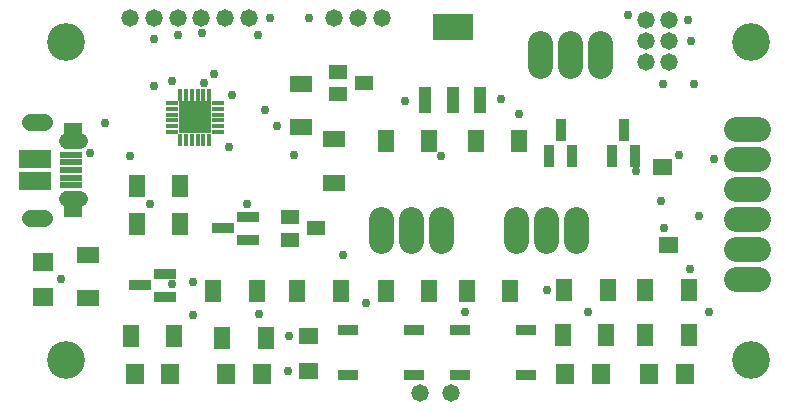
<source format=gbr>
G04 EAGLE Gerber RS-274X export*
G75*
%MOMM*%
%FSLAX34Y34*%
%LPD*%
%INSoldermask Top*%
%IPPOS*%
%AMOC8*
5,1,8,0,0,1.08239X$1,22.5*%
G01*
%ADD10C,3.203200*%
%ADD11R,1.400000X1.900000*%
%ADD12R,1.700000X1.500000*%
%ADD13R,1.900000X1.400000*%
%ADD14R,1.727200X0.965200*%
%ADD15C,1.473200*%
%ADD16R,0.457200X1.117600*%
%ADD17R,1.117600X0.457200*%
%ADD18R,2.743200X2.743200*%
%ADD19R,1.603200X1.203200*%
%ADD20R,1.104800X2.269200*%
%ADD21R,3.404800X2.269200*%
%ADD22R,1.646941X2.205431*%
%ADD23R,1.646731X2.197381*%
%ADD24R,1.953200X0.603200*%
%ADD25R,2.703200X1.578200*%
%ADD26C,1.361200*%
%ADD27C,1.411200*%
%ADD28C,2.082800*%
%ADD29R,0.838200X1.473200*%
%ADD30R,1.828800X0.812800*%
%ADD31R,1.500000X1.700000*%
%ADD32R,0.812800X1.828800*%
%ADD33C,0.762000*%


D10*
X621030Y309880D03*
X621030Y40640D03*
X40640Y309880D03*
X40640Y40640D03*
D11*
X311700Y99060D03*
X348700Y99060D03*
D12*
X21590Y124220D03*
X21590Y94220D03*
D13*
X59690Y130260D03*
X59690Y93260D03*
D11*
X417280Y99060D03*
X380280Y99060D03*
D14*
X430530Y27940D03*
X374650Y27940D03*
X430530Y66040D03*
X374650Y66040D03*
X335280Y27940D03*
X279400Y27940D03*
X335280Y66040D03*
X279400Y66040D03*
D15*
X367030Y12700D03*
X340360Y12700D03*
X532130Y311150D03*
X532130Y328930D03*
X551180Y328930D03*
D13*
X267970Y191050D03*
X267970Y228050D03*
X240030Y275040D03*
X240030Y238040D03*
D16*
X162363Y265811D03*
X157362Y265811D03*
X152361Y265811D03*
X147359Y265811D03*
X142358Y265811D03*
X137357Y265811D03*
D17*
X130429Y258883D03*
X130429Y253882D03*
X130429Y248881D03*
X130429Y243879D03*
X130429Y238878D03*
X130429Y233877D03*
D16*
X137357Y226949D03*
X142358Y226949D03*
X147359Y226949D03*
X152361Y226949D03*
X157362Y226949D03*
X162363Y226949D03*
D17*
X169291Y233877D03*
X169291Y238878D03*
X169291Y243879D03*
X169291Y248881D03*
X169291Y253882D03*
X169291Y258883D03*
D18*
X149860Y246380D03*
D11*
X137880Y156210D03*
X100880Y156210D03*
X137880Y187960D03*
X100880Y187960D03*
D19*
X252300Y152400D03*
X230300Y142900D03*
X230300Y161900D03*
X292940Y275590D03*
X270940Y266090D03*
X270940Y285090D03*
D15*
X115570Y330200D03*
X95250Y330200D03*
X175260Y330200D03*
X195580Y330200D03*
X135890Y330200D03*
X154940Y330200D03*
D20*
X345300Y261342D03*
X368300Y261342D03*
X391300Y261342D03*
D21*
X368300Y322858D03*
D11*
X348700Y226060D03*
X311700Y226060D03*
X387900Y226060D03*
X424900Y226060D03*
D15*
X308610Y330200D03*
X288290Y330200D03*
X267970Y330200D03*
D22*
X47275Y230957D03*
D23*
X47276Y172917D03*
D24*
X45260Y214930D03*
X45260Y208430D03*
X45260Y201930D03*
X45260Y195430D03*
X45260Y188930D03*
D25*
X14510Y211305D03*
X14510Y192555D03*
D26*
X41520Y226180D02*
X53100Y226180D01*
X53100Y177680D02*
X41520Y177680D01*
D27*
X22550Y160930D02*
X10470Y160930D01*
X10470Y242930D02*
X22550Y242930D01*
D28*
X307340Y160528D02*
X307340Y141732D01*
X332740Y141732D02*
X332740Y160528D01*
X358140Y160528D02*
X358140Y141732D01*
X421640Y141732D02*
X421640Y160528D01*
X447040Y160528D02*
X447040Y141732D01*
X472440Y141732D02*
X472440Y160528D01*
X492760Y290322D02*
X492760Y309118D01*
X467360Y309118D02*
X467360Y290322D01*
X441960Y290322D02*
X441960Y309118D01*
X607822Y236220D02*
X626618Y236220D01*
X626618Y210820D02*
X607822Y210820D01*
X607822Y185420D02*
X626618Y185420D01*
X626618Y160020D02*
X607822Y160020D01*
X607822Y134620D02*
X626618Y134620D01*
X626618Y109220D02*
X607822Y109220D01*
D29*
X242316Y31750D03*
X250444Y31750D03*
D30*
X194818Y142875D03*
X194818Y161925D03*
X173482Y152400D03*
D11*
X236770Y99060D03*
X273770Y99060D03*
D31*
X176770Y29210D03*
X206770Y29210D03*
D11*
X173270Y59690D03*
X210270Y59690D03*
D29*
X547116Y138430D03*
X555244Y138430D03*
D32*
X450215Y214122D03*
X469265Y214122D03*
X459740Y235458D03*
D11*
X499830Y100330D03*
X462830Y100330D03*
D31*
X463790Y29210D03*
X493790Y29210D03*
D11*
X461560Y62230D03*
X498560Y62230D03*
D29*
X542036Y204470D03*
X550164Y204470D03*
D32*
X503555Y214122D03*
X522605Y214122D03*
X513080Y235458D03*
D11*
X531410Y100330D03*
X568410Y100330D03*
D31*
X534910Y29210D03*
X564910Y29210D03*
D11*
X531410Y62230D03*
X568410Y62230D03*
D29*
X242316Y60960D03*
X250444Y60960D03*
D30*
X124968Y94615D03*
X124968Y113665D03*
X103632Y104140D03*
D11*
X165650Y99060D03*
X202650Y99060D03*
D31*
X99300Y29210D03*
X129300Y29210D03*
D11*
X95800Y60960D03*
X132800Y60960D03*
D15*
X532130Y293370D03*
X551180Y293370D03*
X551180Y311150D03*
D33*
X570230Y311150D03*
X60960Y215900D03*
X36830Y109220D03*
X130810Y105410D03*
X523240Y200660D03*
X194310Y172720D03*
X157949Y275590D03*
X424180Y248920D03*
X327660Y260350D03*
X246380Y330200D03*
X408940Y261620D03*
X233680Y214630D03*
X130810Y276860D03*
X294640Y88900D03*
X378460Y81280D03*
X166370Y283210D03*
X482600Y81280D03*
X585470Y81280D03*
X148590Y78740D03*
X204470Y80010D03*
X148590Y106680D03*
X111760Y172720D03*
X135890Y316230D03*
X181610Y265430D03*
X156210Y317500D03*
X179070Y220980D03*
X229870Y60960D03*
X95250Y213360D03*
X115570Y312420D03*
X115570Y273050D03*
X73660Y241300D03*
X228600Y31750D03*
X209550Y252730D03*
X547370Y152400D03*
X203200Y316230D03*
X516890Y332740D03*
X546100Y274320D03*
X576580Y162560D03*
X219710Y238760D03*
X544830Y175260D03*
X213360Y330200D03*
X567690Y328930D03*
X572770Y274320D03*
X589280Y210820D03*
X358140Y213360D03*
X560070Y214630D03*
X275160Y129540D03*
X568960Y118110D03*
X448310Y100330D03*
M02*

</source>
